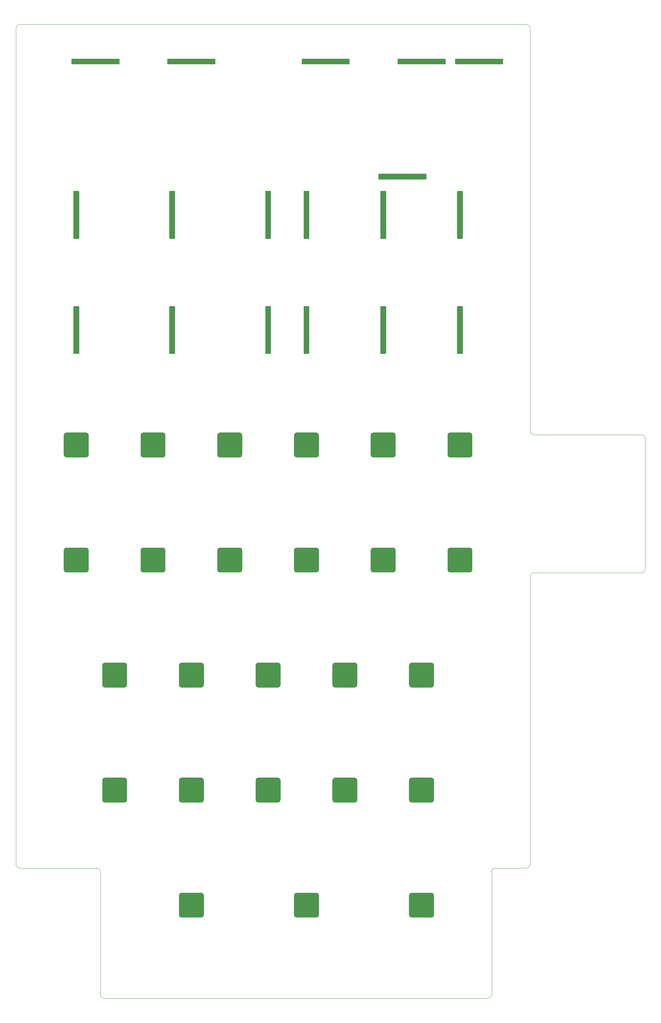
<source format=gbr>
G04 #@! TF.GenerationSoftware,KiCad,Pcbnew,6.0.10+dfsg-1~bpo11+1*
G04 #@! TF.ProjectId,main,6d61696e-2e6b-4696-9361-645f70636258,5.0*
G04 #@! TF.SameCoordinates,Original*
G04 #@! TF.FileFunction,Paste,Bot*
G04 #@! TF.FilePolarity,Positive*
%FSLAX46Y46*%
G04 Gerber Fmt 4.6, Leading zero omitted, Abs format (unit mm)*
%MOMM*%
%LPD*%
G01*
G04 APERTURE LIST*
G04 #@! TA.AperFunction,Profile*
%ADD10C,0.120000*%
G04 #@! TD*
G04 APERTURE END LIST*
D10*
X237280000Y-163320000D02*
X209280000Y-163320000D01*
X207280000Y-240320000D02*
X199280000Y-240320000D01*
X75280000Y-20320000D02*
X207280000Y-20320000D01*
X198280000Y-241320000D02*
X198280000Y-273320000D01*
X238280000Y-128320000D02*
X238280000Y-162320000D01*
X209280000Y-127320000D02*
X237280000Y-127320000D01*
X197280000Y-274320000D02*
X97280000Y-274320000D01*
X74280000Y-239320000D02*
X74280000Y-21320000D01*
X208280000Y-164320000D02*
X208280000Y-239320000D01*
X95280000Y-240320000D02*
X75280000Y-240320000D01*
X208280000Y-21320000D02*
X208280000Y-126320000D01*
X96280000Y-273320000D02*
X96280000Y-241320000D01*
X96280000Y-241320000D02*
G75*
G03*
X95280000Y-240320000I-1000000J0D01*
G01*
X209280000Y-163320000D02*
G75*
G03*
X208280000Y-164320000I0J-1000000D01*
G01*
X237280000Y-163320000D02*
G75*
G03*
X238280000Y-162320000I0J1000000D01*
G01*
X208280000Y-126320000D02*
G75*
G03*
X209280000Y-127320000I1000000J0D01*
G01*
X75280000Y-20320000D02*
G75*
G03*
X74280000Y-21320000I-1J-999999D01*
G01*
X199280000Y-240320000D02*
G75*
G03*
X198280000Y-241320000I0J-1000000D01*
G01*
X207280000Y-240320000D02*
G75*
G03*
X208280000Y-239320000I0J1000000D01*
G01*
X74280000Y-239320000D02*
G75*
G03*
X75280000Y-240320000I999999J-1D01*
G01*
X96280000Y-273320000D02*
G75*
G03*
X97280000Y-274320000I1000000J0D01*
G01*
X197280000Y-274320000D02*
G75*
G03*
X198280000Y-273320000I0J1000000D01*
G01*
X208280000Y-21320000D02*
G75*
G03*
X207280000Y-20320000I-1000000J0D01*
G01*
X238280000Y-128320000D02*
G75*
G03*
X237280000Y-127320000I-1000000J0D01*
G01*
G36*
G01*
X114400000Y-63750000D02*
X115600000Y-63750000D01*
G75*
G02*
X115750000Y-63900000I0J-150000D01*
G01*
X115750000Y-76100000D01*
G75*
G02*
X115600000Y-76250000I-150000J0D01*
G01*
X114400000Y-76250000D01*
G75*
G02*
X114250000Y-76100000I0J150000D01*
G01*
X114250000Y-63900000D01*
G75*
G02*
X114400000Y-63750000I150000J0D01*
G01*
G37*
G36*
G01*
X189400000Y-93750000D02*
X190600000Y-93750000D01*
G75*
G02*
X190750000Y-93900000I0J-150000D01*
G01*
X190750000Y-106100000D01*
G75*
G02*
X190600000Y-106250000I-150000J0D01*
G01*
X189400000Y-106250000D01*
G75*
G02*
X189250000Y-106100000I0J150000D01*
G01*
X189250000Y-93900000D01*
G75*
G02*
X189400000Y-93750000I150000J0D01*
G01*
G37*
G36*
G01*
X168750000Y-60600000D02*
X168750000Y-59400000D01*
G75*
G02*
X168900000Y-59250000I150000J0D01*
G01*
X181100000Y-59250000D01*
G75*
G02*
X181250000Y-59400000I0J-150000D01*
G01*
X181250000Y-60600000D01*
G75*
G02*
X181100000Y-60750000I-150000J0D01*
G01*
X168900000Y-60750000D01*
G75*
G02*
X168750000Y-60600000I0J150000D01*
G01*
G37*
G36*
G01*
X201250000Y-29400000D02*
X201250000Y-30600000D01*
G75*
G02*
X201100000Y-30750000I-150000J0D01*
G01*
X188900000Y-30750000D01*
G75*
G02*
X188750000Y-30600000I0J150000D01*
G01*
X188750000Y-29400000D01*
G75*
G02*
X188900000Y-29250000I150000J0D01*
G01*
X201100000Y-29250000D01*
G75*
G02*
X201250000Y-29400000I0J-150000D01*
G01*
G37*
G36*
G01*
X183250000Y-187400000D02*
X183250000Y-192600000D01*
G75*
G02*
X182600000Y-193250000I-650000J0D01*
G01*
X177400000Y-193250000D01*
G75*
G02*
X176750000Y-192600000I0J650000D01*
G01*
X176750000Y-187400000D01*
G75*
G02*
X177400000Y-186750000I650000J0D01*
G01*
X182600000Y-186750000D01*
G75*
G02*
X183250000Y-187400000I0J-650000D01*
G01*
G37*
G36*
G01*
X149400000Y-63750000D02*
X150600000Y-63750000D01*
G75*
G02*
X150750000Y-63900000I0J-150000D01*
G01*
X150750000Y-76100000D01*
G75*
G02*
X150600000Y-76250000I-150000J0D01*
G01*
X149400000Y-76250000D01*
G75*
G02*
X149250000Y-76100000I0J150000D01*
G01*
X149250000Y-63900000D01*
G75*
G02*
X149400000Y-63750000I150000J0D01*
G01*
G37*
G36*
G01*
X173250000Y-157400000D02*
X173250000Y-162600000D01*
G75*
G02*
X172600000Y-163250000I-650000J0D01*
G01*
X167400000Y-163250000D01*
G75*
G02*
X166750000Y-162600000I0J650000D01*
G01*
X166750000Y-157400000D01*
G75*
G02*
X167400000Y-156750000I650000J0D01*
G01*
X172600000Y-156750000D01*
G75*
G02*
X173250000Y-157400000I0J-650000D01*
G01*
G37*
G36*
G01*
X133250000Y-127400000D02*
X133250000Y-132600000D01*
G75*
G02*
X132600000Y-133250000I-650000J0D01*
G01*
X127400000Y-133250000D01*
G75*
G02*
X126750000Y-132600000I0J650000D01*
G01*
X126750000Y-127400000D01*
G75*
G02*
X127400000Y-126750000I650000J0D01*
G01*
X132600000Y-126750000D01*
G75*
G02*
X133250000Y-127400000I0J-650000D01*
G01*
G37*
G36*
G01*
X103250000Y-217400000D02*
X103250000Y-222600000D01*
G75*
G02*
X102600000Y-223250000I-650000J0D01*
G01*
X97400000Y-223250000D01*
G75*
G02*
X96750000Y-222600000I0J650000D01*
G01*
X96750000Y-217400000D01*
G75*
G02*
X97400000Y-216750000I650000J0D01*
G01*
X102600000Y-216750000D01*
G75*
G02*
X103250000Y-217400000I0J-650000D01*
G01*
G37*
G36*
G01*
X183250000Y-247400000D02*
X183250000Y-252600000D01*
G75*
G02*
X182600000Y-253250000I-650000J0D01*
G01*
X177400000Y-253250000D01*
G75*
G02*
X176750000Y-252600000I0J650000D01*
G01*
X176750000Y-247400000D01*
G75*
G02*
X177400000Y-246750000I650000J0D01*
G01*
X182600000Y-246750000D01*
G75*
G02*
X183250000Y-247400000I0J-650000D01*
G01*
G37*
G36*
G01*
X161250000Y-29400000D02*
X161250000Y-30600000D01*
G75*
G02*
X161100000Y-30750000I-150000J0D01*
G01*
X148900000Y-30750000D01*
G75*
G02*
X148750000Y-30600000I0J150000D01*
G01*
X148750000Y-29400000D01*
G75*
G02*
X148900000Y-29250000I150000J0D01*
G01*
X161100000Y-29250000D01*
G75*
G02*
X161250000Y-29400000I0J-150000D01*
G01*
G37*
G36*
G01*
X114400000Y-93750000D02*
X115600000Y-93750000D01*
G75*
G02*
X115750000Y-93900000I0J-150000D01*
G01*
X115750000Y-106100000D01*
G75*
G02*
X115600000Y-106250000I-150000J0D01*
G01*
X114400000Y-106250000D01*
G75*
G02*
X114250000Y-106100000I0J150000D01*
G01*
X114250000Y-93900000D01*
G75*
G02*
X114400000Y-93750000I150000J0D01*
G01*
G37*
G36*
G01*
X163250000Y-187400000D02*
X163250000Y-192600000D01*
G75*
G02*
X162600000Y-193250000I-650000J0D01*
G01*
X157400000Y-193250000D01*
G75*
G02*
X156750000Y-192600000I0J650000D01*
G01*
X156750000Y-187400000D01*
G75*
G02*
X157400000Y-186750000I650000J0D01*
G01*
X162600000Y-186750000D01*
G75*
G02*
X163250000Y-187400000I0J-650000D01*
G01*
G37*
G36*
G01*
X153250000Y-157400000D02*
X153250000Y-162600000D01*
G75*
G02*
X152600000Y-163250000I-650000J0D01*
G01*
X147400000Y-163250000D01*
G75*
G02*
X146750000Y-162600000I0J650000D01*
G01*
X146750000Y-157400000D01*
G75*
G02*
X147400000Y-156750000I650000J0D01*
G01*
X152600000Y-156750000D01*
G75*
G02*
X153250000Y-157400000I0J-650000D01*
G01*
G37*
G36*
G01*
X153250000Y-247400000D02*
X153250000Y-252600000D01*
G75*
G02*
X152600000Y-253250000I-650000J0D01*
G01*
X147400000Y-253250000D01*
G75*
G02*
X146750000Y-252600000I0J650000D01*
G01*
X146750000Y-247400000D01*
G75*
G02*
X147400000Y-246750000I650000J0D01*
G01*
X152600000Y-246750000D01*
G75*
G02*
X153250000Y-247400000I0J-650000D01*
G01*
G37*
G36*
G01*
X149400000Y-93750000D02*
X150600000Y-93750000D01*
G75*
G02*
X150750000Y-93900000I0J-150000D01*
G01*
X150750000Y-106100000D01*
G75*
G02*
X150600000Y-106250000I-150000J0D01*
G01*
X149400000Y-106250000D01*
G75*
G02*
X149250000Y-106100000I0J150000D01*
G01*
X149250000Y-93900000D01*
G75*
G02*
X149400000Y-93750000I150000J0D01*
G01*
G37*
G36*
G01*
X89400000Y-93750000D02*
X90600000Y-93750000D01*
G75*
G02*
X90750000Y-93900000I0J-150000D01*
G01*
X90750000Y-106100000D01*
G75*
G02*
X90600000Y-106250000I-150000J0D01*
G01*
X89400000Y-106250000D01*
G75*
G02*
X89250000Y-106100000I0J150000D01*
G01*
X89250000Y-93900000D01*
G75*
G02*
X89400000Y-93750000I150000J0D01*
G01*
G37*
G36*
G01*
X113250000Y-157400000D02*
X113250000Y-162600000D01*
G75*
G02*
X112600000Y-163250000I-650000J0D01*
G01*
X107400000Y-163250000D01*
G75*
G02*
X106750000Y-162600000I0J650000D01*
G01*
X106750000Y-157400000D01*
G75*
G02*
X107400000Y-156750000I650000J0D01*
G01*
X112600000Y-156750000D01*
G75*
G02*
X113250000Y-157400000I0J-650000D01*
G01*
G37*
G36*
G01*
X123250000Y-187400000D02*
X123250000Y-192600000D01*
G75*
G02*
X122600000Y-193250000I-650000J0D01*
G01*
X117400000Y-193250000D01*
G75*
G02*
X116750000Y-192600000I0J650000D01*
G01*
X116750000Y-187400000D01*
G75*
G02*
X117400000Y-186750000I650000J0D01*
G01*
X122600000Y-186750000D01*
G75*
G02*
X123250000Y-187400000I0J-650000D01*
G01*
G37*
G36*
G01*
X123250000Y-247400000D02*
X123250000Y-252600000D01*
G75*
G02*
X122600000Y-253250000I-650000J0D01*
G01*
X117400000Y-253250000D01*
G75*
G02*
X116750000Y-252600000I0J650000D01*
G01*
X116750000Y-247400000D01*
G75*
G02*
X117400000Y-246750000I650000J0D01*
G01*
X122600000Y-246750000D01*
G75*
G02*
X123250000Y-247400000I0J-650000D01*
G01*
G37*
G36*
G01*
X133250000Y-157400000D02*
X133250000Y-162600000D01*
G75*
G02*
X132600000Y-163250000I-650000J0D01*
G01*
X127400000Y-163250000D01*
G75*
G02*
X126750000Y-162600000I0J650000D01*
G01*
X126750000Y-157400000D01*
G75*
G02*
X127400000Y-156750000I650000J0D01*
G01*
X132600000Y-156750000D01*
G75*
G02*
X133250000Y-157400000I0J-650000D01*
G01*
G37*
G36*
G01*
X101250000Y-29400000D02*
X101250000Y-30600000D01*
G75*
G02*
X101100000Y-30750000I-150000J0D01*
G01*
X88900000Y-30750000D01*
G75*
G02*
X88750000Y-30600000I0J150000D01*
G01*
X88750000Y-29400000D01*
G75*
G02*
X88900000Y-29250000I150000J0D01*
G01*
X101100000Y-29250000D01*
G75*
G02*
X101250000Y-29400000I0J-150000D01*
G01*
G37*
G36*
G01*
X93250000Y-157400000D02*
X93250000Y-162600000D01*
G75*
G02*
X92600000Y-163250000I-650000J0D01*
G01*
X87400000Y-163250000D01*
G75*
G02*
X86750000Y-162600000I0J650000D01*
G01*
X86750000Y-157400000D01*
G75*
G02*
X87400000Y-156750000I650000J0D01*
G01*
X92600000Y-156750000D01*
G75*
G02*
X93250000Y-157400000I0J-650000D01*
G01*
G37*
G36*
G01*
X143250000Y-187400000D02*
X143250000Y-192600000D01*
G75*
G02*
X142600000Y-193250000I-650000J0D01*
G01*
X137400000Y-193250000D01*
G75*
G02*
X136750000Y-192600000I0J650000D01*
G01*
X136750000Y-187400000D01*
G75*
G02*
X137400000Y-186750000I650000J0D01*
G01*
X142600000Y-186750000D01*
G75*
G02*
X143250000Y-187400000I0J-650000D01*
G01*
G37*
G36*
G01*
X153250000Y-127400000D02*
X153250000Y-132600000D01*
G75*
G02*
X152600000Y-133250000I-650000J0D01*
G01*
X147400000Y-133250000D01*
G75*
G02*
X146750000Y-132600000I0J650000D01*
G01*
X146750000Y-127400000D01*
G75*
G02*
X147400000Y-126750000I650000J0D01*
G01*
X152600000Y-126750000D01*
G75*
G02*
X153250000Y-127400000I0J-650000D01*
G01*
G37*
G36*
G01*
X139400000Y-63750000D02*
X140600000Y-63750000D01*
G75*
G02*
X140750000Y-63900000I0J-150000D01*
G01*
X140750000Y-76100000D01*
G75*
G02*
X140600000Y-76250000I-150000J0D01*
G01*
X139400000Y-76250000D01*
G75*
G02*
X139250000Y-76100000I0J150000D01*
G01*
X139250000Y-63900000D01*
G75*
G02*
X139400000Y-63750000I150000J0D01*
G01*
G37*
G36*
G01*
X169400000Y-63750000D02*
X170600000Y-63750000D01*
G75*
G02*
X170750000Y-63900000I0J-150000D01*
G01*
X170750000Y-76100000D01*
G75*
G02*
X170600000Y-76250000I-150000J0D01*
G01*
X169400000Y-76250000D01*
G75*
G02*
X169250000Y-76100000I0J150000D01*
G01*
X169250000Y-63900000D01*
G75*
G02*
X169400000Y-63750000I150000J0D01*
G01*
G37*
G36*
G01*
X173250000Y-127400000D02*
X173250000Y-132600000D01*
G75*
G02*
X172600000Y-133250000I-650000J0D01*
G01*
X167400000Y-133250000D01*
G75*
G02*
X166750000Y-132600000I0J650000D01*
G01*
X166750000Y-127400000D01*
G75*
G02*
X167400000Y-126750000I650000J0D01*
G01*
X172600000Y-126750000D01*
G75*
G02*
X173250000Y-127400000I0J-650000D01*
G01*
G37*
G36*
G01*
X183250000Y-217400000D02*
X183250000Y-222600000D01*
G75*
G02*
X182600000Y-223250000I-650000J0D01*
G01*
X177400000Y-223250000D01*
G75*
G02*
X176750000Y-222600000I0J650000D01*
G01*
X176750000Y-217400000D01*
G75*
G02*
X177400000Y-216750000I650000J0D01*
G01*
X182600000Y-216750000D01*
G75*
G02*
X183250000Y-217400000I0J-650000D01*
G01*
G37*
G36*
G01*
X103250000Y-187400000D02*
X103250000Y-192600000D01*
G75*
G02*
X102600000Y-193250000I-650000J0D01*
G01*
X97400000Y-193250000D01*
G75*
G02*
X96750000Y-192600000I0J650000D01*
G01*
X96750000Y-187400000D01*
G75*
G02*
X97400000Y-186750000I650000J0D01*
G01*
X102600000Y-186750000D01*
G75*
G02*
X103250000Y-187400000I0J-650000D01*
G01*
G37*
G36*
G01*
X169400000Y-93750000D02*
X170600000Y-93750000D01*
G75*
G02*
X170750000Y-93900000I0J-150000D01*
G01*
X170750000Y-106100000D01*
G75*
G02*
X170600000Y-106250000I-150000J0D01*
G01*
X169400000Y-106250000D01*
G75*
G02*
X169250000Y-106100000I0J150000D01*
G01*
X169250000Y-93900000D01*
G75*
G02*
X169400000Y-93750000I150000J0D01*
G01*
G37*
G36*
G01*
X143250000Y-217400000D02*
X143250000Y-222600000D01*
G75*
G02*
X142600000Y-223250000I-650000J0D01*
G01*
X137400000Y-223250000D01*
G75*
G02*
X136750000Y-222600000I0J650000D01*
G01*
X136750000Y-217400000D01*
G75*
G02*
X137400000Y-216750000I650000J0D01*
G01*
X142600000Y-216750000D01*
G75*
G02*
X143250000Y-217400000I0J-650000D01*
G01*
G37*
G36*
G01*
X139400000Y-93750000D02*
X140600000Y-93750000D01*
G75*
G02*
X140750000Y-93900000I0J-150000D01*
G01*
X140750000Y-106100000D01*
G75*
G02*
X140600000Y-106250000I-150000J0D01*
G01*
X139400000Y-106250000D01*
G75*
G02*
X139250000Y-106100000I0J150000D01*
G01*
X139250000Y-93900000D01*
G75*
G02*
X139400000Y-93750000I150000J0D01*
G01*
G37*
G36*
G01*
X123250000Y-217400000D02*
X123250000Y-222600000D01*
G75*
G02*
X122600000Y-223250000I-650000J0D01*
G01*
X117400000Y-223250000D01*
G75*
G02*
X116750000Y-222600000I0J650000D01*
G01*
X116750000Y-217400000D01*
G75*
G02*
X117400000Y-216750000I650000J0D01*
G01*
X122600000Y-216750000D01*
G75*
G02*
X123250000Y-217400000I0J-650000D01*
G01*
G37*
G36*
G01*
X126250000Y-29400000D02*
X126250000Y-30600000D01*
G75*
G02*
X126100000Y-30750000I-150000J0D01*
G01*
X113900000Y-30750000D01*
G75*
G02*
X113750000Y-30600000I0J150000D01*
G01*
X113750000Y-29400000D01*
G75*
G02*
X113900000Y-29250000I150000J0D01*
G01*
X126100000Y-29250000D01*
G75*
G02*
X126250000Y-29400000I0J-150000D01*
G01*
G37*
G36*
G01*
X193250000Y-127400000D02*
X193250000Y-132600000D01*
G75*
G02*
X192600000Y-133250000I-650000J0D01*
G01*
X187400000Y-133250000D01*
G75*
G02*
X186750000Y-132600000I0J650000D01*
G01*
X186750000Y-127400000D01*
G75*
G02*
X187400000Y-126750000I650000J0D01*
G01*
X192600000Y-126750000D01*
G75*
G02*
X193250000Y-127400000I0J-650000D01*
G01*
G37*
G36*
G01*
X193250000Y-157400000D02*
X193250000Y-162600000D01*
G75*
G02*
X192600000Y-163250000I-650000J0D01*
G01*
X187400000Y-163250000D01*
G75*
G02*
X186750000Y-162600000I0J650000D01*
G01*
X186750000Y-157400000D01*
G75*
G02*
X187400000Y-156750000I650000J0D01*
G01*
X192600000Y-156750000D01*
G75*
G02*
X193250000Y-157400000I0J-650000D01*
G01*
G37*
G36*
G01*
X89400000Y-63750000D02*
X90600000Y-63750000D01*
G75*
G02*
X90750000Y-63900000I0J-150000D01*
G01*
X90750000Y-76100000D01*
G75*
G02*
X90600000Y-76250000I-150000J0D01*
G01*
X89400000Y-76250000D01*
G75*
G02*
X89250000Y-76100000I0J150000D01*
G01*
X89250000Y-63900000D01*
G75*
G02*
X89400000Y-63750000I150000J0D01*
G01*
G37*
G36*
G01*
X163250000Y-217400000D02*
X163250000Y-222600000D01*
G75*
G02*
X162600000Y-223250000I-650000J0D01*
G01*
X157400000Y-223250000D01*
G75*
G02*
X156750000Y-222600000I0J650000D01*
G01*
X156750000Y-217400000D01*
G75*
G02*
X157400000Y-216750000I650000J0D01*
G01*
X162600000Y-216750000D01*
G75*
G02*
X163250000Y-217400000I0J-650000D01*
G01*
G37*
G36*
G01*
X189400000Y-63750000D02*
X190600000Y-63750000D01*
G75*
G02*
X190750000Y-63900000I0J-150000D01*
G01*
X190750000Y-76100000D01*
G75*
G02*
X190600000Y-76250000I-150000J0D01*
G01*
X189400000Y-76250000D01*
G75*
G02*
X189250000Y-76100000I0J150000D01*
G01*
X189250000Y-63900000D01*
G75*
G02*
X189400000Y-63750000I150000J0D01*
G01*
G37*
G36*
G01*
X93250000Y-127400000D02*
X93250000Y-132600000D01*
G75*
G02*
X92600000Y-133250000I-650000J0D01*
G01*
X87400000Y-133250000D01*
G75*
G02*
X86750000Y-132600000I0J650000D01*
G01*
X86750000Y-127400000D01*
G75*
G02*
X87400000Y-126750000I650000J0D01*
G01*
X92600000Y-126750000D01*
G75*
G02*
X93250000Y-127400000I0J-650000D01*
G01*
G37*
G36*
G01*
X186250000Y-29400000D02*
X186250000Y-30600000D01*
G75*
G02*
X186100000Y-30750000I-150000J0D01*
G01*
X173900000Y-30750000D01*
G75*
G02*
X173750000Y-30600000I0J150000D01*
G01*
X173750000Y-29400000D01*
G75*
G02*
X173900000Y-29250000I150000J0D01*
G01*
X186100000Y-29250000D01*
G75*
G02*
X186250000Y-29400000I0J-150000D01*
G01*
G37*
G36*
G01*
X113250000Y-127400000D02*
X113250000Y-132600000D01*
G75*
G02*
X112600000Y-133250000I-650000J0D01*
G01*
X107400000Y-133250000D01*
G75*
G02*
X106750000Y-132600000I0J650000D01*
G01*
X106750000Y-127400000D01*
G75*
G02*
X107400000Y-126750000I650000J0D01*
G01*
X112600000Y-126750000D01*
G75*
G02*
X113250000Y-127400000I0J-650000D01*
G01*
G37*
M02*

</source>
